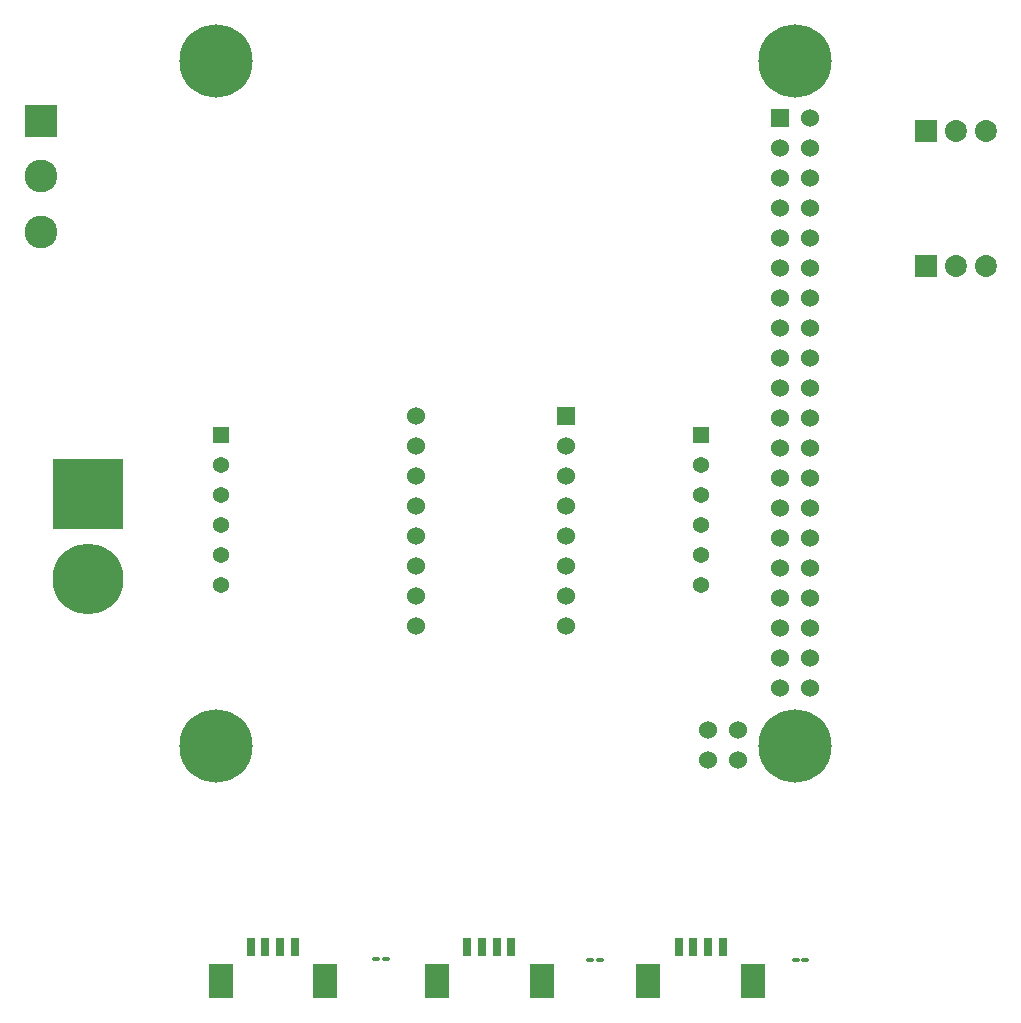
<source format=gbs>
G04 #@! TF.GenerationSoftware,KiCad,Pcbnew,7.0.6*
G04 #@! TF.CreationDate,2023-08-10T19:19:25-04:00*
G04 #@! TF.ProjectId,jerry,6a657272-792e-46b6-9963-61645f706362,rev?*
G04 #@! TF.SameCoordinates,Original*
G04 #@! TF.FileFunction,Soldermask,Bot*
G04 #@! TF.FilePolarity,Negative*
%FSLAX46Y46*%
G04 Gerber Fmt 4.6, Leading zero omitted, Abs format (unit mm)*
G04 Created by KiCad (PCBNEW 7.0.6) date 2023-08-10 19:19:25*
%MOMM*%
%LPD*%
G01*
G04 APERTURE LIST*
G04 Aperture macros list*
%AMRoundRect*
0 Rectangle with rounded corners*
0 $1 Rounding radius*
0 $2 $3 $4 $5 $6 $7 $8 $9 X,Y pos of 4 corners*
0 Add a 4 corners polygon primitive as box body*
4,1,4,$2,$3,$4,$5,$6,$7,$8,$9,$2,$3,0*
0 Add four circle primitives for the rounded corners*
1,1,$1+$1,$2,$3*
1,1,$1+$1,$4,$5*
1,1,$1+$1,$6,$7*
1,1,$1+$1,$8,$9*
0 Add four rect primitives between the rounded corners*
20,1,$1+$1,$2,$3,$4,$5,0*
20,1,$1+$1,$4,$5,$6,$7,0*
20,1,$1+$1,$6,$7,$8,$9,0*
20,1,$1+$1,$8,$9,$2,$3,0*%
G04 Aperture macros list end*
%ADD10R,1.860000X1.860000*%
%ADD11C,1.860000*%
%ADD12R,1.524000X1.524000*%
%ADD13C,1.524000*%
%ADD14C,6.200000*%
%ADD15R,2.775000X2.775000*%
%ADD16C,2.775000*%
%ADD17C,6.000000*%
%ADD18R,6.000000X6.000000*%
%ADD19R,1.370000X1.370000*%
%ADD20C,1.370000*%
%ADD21R,1.530000X1.530000*%
%ADD22C,1.530000*%
%ADD23R,0.800000X1.600000*%
%ADD24R,2.100000X3.000000*%
%ADD25RoundRect,0.100000X0.217500X0.100000X-0.217500X0.100000X-0.217500X-0.100000X0.217500X-0.100000X0*%
G04 APERTURE END LIST*
D10*
X107950000Y-93980000D03*
D11*
X110490000Y-93980000D03*
X113030000Y-93980000D03*
D12*
X95620000Y-81440000D03*
D13*
X98160000Y-81440000D03*
X95620000Y-83980000D03*
X98160000Y-83980000D03*
X95620000Y-86520000D03*
X98160000Y-86520000D03*
X95620000Y-89060000D03*
X98160000Y-89060000D03*
X95620000Y-91600000D03*
X98160000Y-91600000D03*
X95620000Y-94140000D03*
X98160000Y-94140000D03*
X95620000Y-96680000D03*
X98160000Y-96680000D03*
X95620000Y-99220000D03*
X98160000Y-99220000D03*
X95620000Y-101760000D03*
X98160000Y-101760000D03*
X95620000Y-104300000D03*
X98160000Y-104300000D03*
X95620000Y-106840000D03*
X98160000Y-106840000D03*
X95620000Y-109380000D03*
X98160000Y-109380000D03*
X95620000Y-111920000D03*
X98160000Y-111920000D03*
X95620000Y-114460000D03*
X98160000Y-114460000D03*
X95620000Y-117000000D03*
X98160000Y-117000000D03*
X95620000Y-119540000D03*
X98160000Y-119540000D03*
X95620000Y-122080000D03*
X98160000Y-122080000D03*
X95620000Y-124620000D03*
X98160000Y-124620000D03*
X95620000Y-127160000D03*
X98160000Y-127160000D03*
X95620000Y-129700000D03*
X98160000Y-129700000D03*
X89497000Y-135800000D03*
X92037000Y-135800000D03*
X89497000Y-133260000D03*
X92037000Y-133260000D03*
D14*
X96890000Y-76570000D03*
X96890000Y-134570000D03*
X47890000Y-134570000D03*
X47890000Y-76570000D03*
D15*
X33020000Y-81660000D03*
D16*
X33020000Y-86360000D03*
X33020000Y-91060000D03*
D10*
X107950000Y-82550000D03*
D11*
X110490000Y-82550000D03*
X113030000Y-82550000D03*
D17*
X37000000Y-120440000D03*
D18*
X37000000Y-113240000D03*
D19*
X88900000Y-108237500D03*
D20*
X88900000Y-110777500D03*
X88900000Y-113317500D03*
X88900000Y-115857500D03*
X88900000Y-118397500D03*
X88900000Y-120937500D03*
D21*
X77470000Y-106680000D03*
D22*
X77470000Y-109220000D03*
X77470000Y-111760000D03*
X77470000Y-114300000D03*
X77470000Y-116840000D03*
X77470000Y-119380000D03*
X77470000Y-121920000D03*
X77470000Y-124460000D03*
X64770000Y-124460000D03*
X64770000Y-121920000D03*
X64770000Y-119380000D03*
X64770000Y-116840000D03*
X64770000Y-114300000D03*
X64770000Y-111760000D03*
X64770000Y-109220000D03*
X64770000Y-106680000D03*
D23*
X90775000Y-151570000D03*
X89525000Y-151570000D03*
X88275000Y-151570000D03*
X87025000Y-151570000D03*
D24*
X93325000Y-154470000D03*
X84475000Y-154470000D03*
D25*
X80347952Y-152701186D03*
X79532952Y-152701186D03*
X97747780Y-152738043D03*
X96932780Y-152738043D03*
D23*
X54550000Y-151570000D03*
X53300000Y-151570000D03*
X52050000Y-151570000D03*
X50800000Y-151570000D03*
D24*
X57100000Y-154470000D03*
X48250000Y-154470000D03*
D23*
X72875000Y-151570000D03*
X71625000Y-151570000D03*
X70375000Y-151570000D03*
X69125000Y-151570000D03*
D24*
X75425000Y-154470000D03*
X66575000Y-154470000D03*
D19*
X48260000Y-108237500D03*
D20*
X48260000Y-110777500D03*
X48260000Y-113317500D03*
X48260000Y-115857500D03*
X48260000Y-118397500D03*
X48260000Y-120937500D03*
D25*
X62216050Y-152622669D03*
X61401050Y-152622669D03*
M02*

</source>
